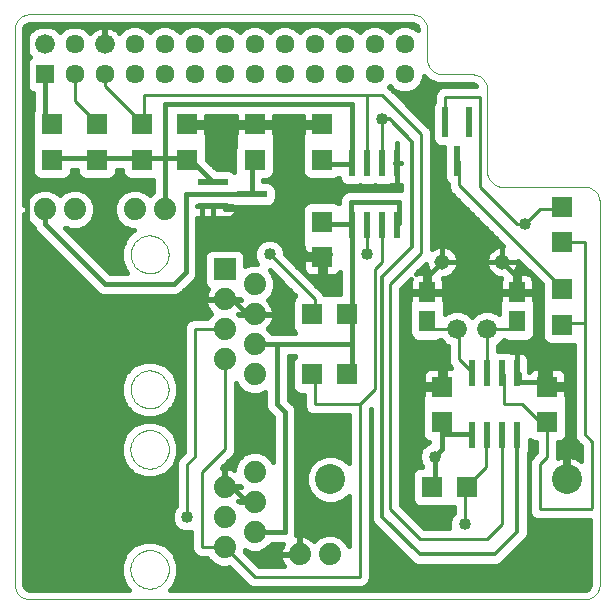
<source format=gbl>
G75*
G70*
%OFA0B0*%
%FSLAX24Y24*%
%IPPOS*%
%LPD*%
%AMOC8*
5,1,8,0,0,1.08239X$1,22.5*
%
%ADD10C,0.0000*%
%ADD11R,0.0634X0.0634*%
%ADD12C,0.0660*%
%ADD13C,0.0634*%
%ADD14R,0.0240X0.0870*%
%ADD15R,0.0709X0.0710*%
%ADD16R,0.0710X0.0709*%
%ADD17C,0.1000*%
%ADD18R,0.0220X0.1020*%
%ADD19R,0.0551X0.0709*%
%ADD20C,0.0740*%
%ADD21R,0.0740X0.0740*%
%ADD22R,0.1020X0.0220*%
%ADD23C,0.0516*%
%ADD24C,0.0150*%
%ADD25C,0.0400*%
%ADD26C,0.0160*%
%ADD27C,0.0100*%
%ADD28C,0.0120*%
D10*
X002680Y002680D02*
X021180Y002680D01*
X021224Y002682D01*
X021267Y002688D01*
X021309Y002697D01*
X021351Y002710D01*
X021391Y002727D01*
X021430Y002747D01*
X021467Y002770D01*
X021501Y002797D01*
X021534Y002826D01*
X021563Y002859D01*
X021590Y002893D01*
X021613Y002930D01*
X021633Y002969D01*
X021650Y003009D01*
X021663Y003051D01*
X021672Y003093D01*
X021678Y003136D01*
X021680Y003180D01*
X021680Y015930D01*
X021678Y015974D01*
X021672Y016017D01*
X021663Y016059D01*
X021650Y016101D01*
X021633Y016141D01*
X021613Y016180D01*
X021590Y016217D01*
X021563Y016251D01*
X021534Y016284D01*
X021501Y016313D01*
X021467Y016340D01*
X021430Y016363D01*
X021391Y016383D01*
X021351Y016400D01*
X021309Y016413D01*
X021267Y016422D01*
X021224Y016428D01*
X021180Y016430D01*
X018430Y016430D01*
X018386Y016432D01*
X018343Y016438D01*
X018301Y016447D01*
X018259Y016460D01*
X018219Y016477D01*
X018180Y016497D01*
X018143Y016520D01*
X018109Y016547D01*
X018076Y016576D01*
X018047Y016609D01*
X018020Y016643D01*
X017997Y016680D01*
X017977Y016719D01*
X017960Y016759D01*
X017947Y016801D01*
X017938Y016843D01*
X017932Y016886D01*
X017930Y016930D01*
X017930Y019680D01*
X017928Y019724D01*
X017922Y019767D01*
X017913Y019809D01*
X017900Y019851D01*
X017883Y019891D01*
X017863Y019930D01*
X017840Y019967D01*
X017813Y020001D01*
X017784Y020034D01*
X017751Y020063D01*
X017717Y020090D01*
X017680Y020113D01*
X017641Y020133D01*
X017601Y020150D01*
X017559Y020163D01*
X017517Y020172D01*
X017474Y020178D01*
X017430Y020180D01*
X016430Y020180D01*
X016386Y020182D01*
X016343Y020188D01*
X016301Y020197D01*
X016259Y020210D01*
X016219Y020227D01*
X016180Y020247D01*
X016143Y020270D01*
X016109Y020297D01*
X016076Y020326D01*
X016047Y020359D01*
X016020Y020393D01*
X015997Y020430D01*
X015977Y020469D01*
X015960Y020509D01*
X015947Y020551D01*
X015938Y020593D01*
X015932Y020636D01*
X015930Y020680D01*
X015930Y021680D01*
X015928Y021724D01*
X015922Y021767D01*
X015913Y021809D01*
X015900Y021851D01*
X015883Y021891D01*
X015863Y021930D01*
X015840Y021967D01*
X015813Y022001D01*
X015784Y022034D01*
X015751Y022063D01*
X015717Y022090D01*
X015680Y022113D01*
X015641Y022133D01*
X015601Y022150D01*
X015559Y022163D01*
X015517Y022172D01*
X015474Y022178D01*
X015430Y022180D01*
X002680Y022180D01*
X002636Y022178D01*
X002593Y022172D01*
X002551Y022163D01*
X002509Y022150D01*
X002469Y022133D01*
X002430Y022113D01*
X002393Y022090D01*
X002359Y022063D01*
X002326Y022034D01*
X002297Y022001D01*
X002270Y021967D01*
X002247Y021930D01*
X002227Y021891D01*
X002210Y021851D01*
X002197Y021809D01*
X002188Y021767D01*
X002182Y021724D01*
X002180Y021680D01*
X002180Y003180D01*
X002182Y003136D01*
X002188Y003093D01*
X002197Y003051D01*
X002210Y003009D01*
X002227Y002969D01*
X002247Y002930D01*
X002270Y002893D01*
X002297Y002859D01*
X002326Y002826D01*
X002359Y002797D01*
X002393Y002770D01*
X002430Y002747D01*
X002469Y002727D01*
X002509Y002710D01*
X002551Y002697D01*
X002593Y002688D01*
X002636Y002682D01*
X002680Y002680D01*
X006040Y003680D02*
X006042Y003730D01*
X006048Y003780D01*
X006058Y003829D01*
X006071Y003878D01*
X006089Y003925D01*
X006110Y003971D01*
X006134Y004014D01*
X006162Y004056D01*
X006193Y004096D01*
X006227Y004133D01*
X006264Y004167D01*
X006304Y004198D01*
X006346Y004226D01*
X006389Y004250D01*
X006435Y004271D01*
X006482Y004289D01*
X006531Y004302D01*
X006580Y004312D01*
X006630Y004318D01*
X006680Y004320D01*
X006730Y004318D01*
X006780Y004312D01*
X006829Y004302D01*
X006878Y004289D01*
X006925Y004271D01*
X006971Y004250D01*
X007014Y004226D01*
X007056Y004198D01*
X007096Y004167D01*
X007133Y004133D01*
X007167Y004096D01*
X007198Y004056D01*
X007226Y004014D01*
X007250Y003971D01*
X007271Y003925D01*
X007289Y003878D01*
X007302Y003829D01*
X007312Y003780D01*
X007318Y003730D01*
X007320Y003680D01*
X007318Y003630D01*
X007312Y003580D01*
X007302Y003531D01*
X007289Y003482D01*
X007271Y003435D01*
X007250Y003389D01*
X007226Y003346D01*
X007198Y003304D01*
X007167Y003264D01*
X007133Y003227D01*
X007096Y003193D01*
X007056Y003162D01*
X007014Y003134D01*
X006971Y003110D01*
X006925Y003089D01*
X006878Y003071D01*
X006829Y003058D01*
X006780Y003048D01*
X006730Y003042D01*
X006680Y003040D01*
X006630Y003042D01*
X006580Y003048D01*
X006531Y003058D01*
X006482Y003071D01*
X006435Y003089D01*
X006389Y003110D01*
X006346Y003134D01*
X006304Y003162D01*
X006264Y003193D01*
X006227Y003227D01*
X006193Y003264D01*
X006162Y003304D01*
X006134Y003346D01*
X006110Y003389D01*
X006089Y003435D01*
X006071Y003482D01*
X006058Y003531D01*
X006048Y003580D01*
X006042Y003630D01*
X006040Y003680D01*
X006040Y007680D02*
X006042Y007730D01*
X006048Y007780D01*
X006058Y007829D01*
X006071Y007878D01*
X006089Y007925D01*
X006110Y007971D01*
X006134Y008014D01*
X006162Y008056D01*
X006193Y008096D01*
X006227Y008133D01*
X006264Y008167D01*
X006304Y008198D01*
X006346Y008226D01*
X006389Y008250D01*
X006435Y008271D01*
X006482Y008289D01*
X006531Y008302D01*
X006580Y008312D01*
X006630Y008318D01*
X006680Y008320D01*
X006730Y008318D01*
X006780Y008312D01*
X006829Y008302D01*
X006878Y008289D01*
X006925Y008271D01*
X006971Y008250D01*
X007014Y008226D01*
X007056Y008198D01*
X007096Y008167D01*
X007133Y008133D01*
X007167Y008096D01*
X007198Y008056D01*
X007226Y008014D01*
X007250Y007971D01*
X007271Y007925D01*
X007289Y007878D01*
X007302Y007829D01*
X007312Y007780D01*
X007318Y007730D01*
X007320Y007680D01*
X007318Y007630D01*
X007312Y007580D01*
X007302Y007531D01*
X007289Y007482D01*
X007271Y007435D01*
X007250Y007389D01*
X007226Y007346D01*
X007198Y007304D01*
X007167Y007264D01*
X007133Y007227D01*
X007096Y007193D01*
X007056Y007162D01*
X007014Y007134D01*
X006971Y007110D01*
X006925Y007089D01*
X006878Y007071D01*
X006829Y007058D01*
X006780Y007048D01*
X006730Y007042D01*
X006680Y007040D01*
X006630Y007042D01*
X006580Y007048D01*
X006531Y007058D01*
X006482Y007071D01*
X006435Y007089D01*
X006389Y007110D01*
X006346Y007134D01*
X006304Y007162D01*
X006264Y007193D01*
X006227Y007227D01*
X006193Y007264D01*
X006162Y007304D01*
X006134Y007346D01*
X006110Y007389D01*
X006089Y007435D01*
X006071Y007482D01*
X006058Y007531D01*
X006048Y007580D01*
X006042Y007630D01*
X006040Y007680D01*
X006050Y009680D02*
X006052Y009730D01*
X006058Y009780D01*
X006068Y009829D01*
X006082Y009877D01*
X006099Y009924D01*
X006120Y009969D01*
X006145Y010013D01*
X006173Y010054D01*
X006205Y010093D01*
X006239Y010130D01*
X006276Y010164D01*
X006316Y010194D01*
X006358Y010221D01*
X006402Y010245D01*
X006448Y010266D01*
X006495Y010282D01*
X006543Y010295D01*
X006593Y010304D01*
X006642Y010309D01*
X006693Y010310D01*
X006743Y010307D01*
X006792Y010300D01*
X006841Y010289D01*
X006889Y010274D01*
X006935Y010256D01*
X006980Y010234D01*
X007023Y010208D01*
X007064Y010179D01*
X007103Y010147D01*
X007139Y010112D01*
X007171Y010074D01*
X007201Y010034D01*
X007228Y009991D01*
X007251Y009947D01*
X007270Y009901D01*
X007286Y009853D01*
X007298Y009804D01*
X007306Y009755D01*
X007310Y009705D01*
X007310Y009655D01*
X007306Y009605D01*
X007298Y009556D01*
X007286Y009507D01*
X007270Y009459D01*
X007251Y009413D01*
X007228Y009369D01*
X007201Y009326D01*
X007171Y009286D01*
X007139Y009248D01*
X007103Y009213D01*
X007064Y009181D01*
X007023Y009152D01*
X006980Y009126D01*
X006935Y009104D01*
X006889Y009086D01*
X006841Y009071D01*
X006792Y009060D01*
X006743Y009053D01*
X006693Y009050D01*
X006642Y009051D01*
X006593Y009056D01*
X006543Y009065D01*
X006495Y009078D01*
X006448Y009094D01*
X006402Y009115D01*
X006358Y009139D01*
X006316Y009166D01*
X006276Y009196D01*
X006239Y009230D01*
X006205Y009267D01*
X006173Y009306D01*
X006145Y009347D01*
X006120Y009391D01*
X006099Y009436D01*
X006082Y009483D01*
X006068Y009531D01*
X006058Y009580D01*
X006052Y009630D01*
X006050Y009680D01*
X006050Y014180D02*
X006052Y014230D01*
X006058Y014280D01*
X006068Y014329D01*
X006082Y014377D01*
X006099Y014424D01*
X006120Y014469D01*
X006145Y014513D01*
X006173Y014554D01*
X006205Y014593D01*
X006239Y014630D01*
X006276Y014664D01*
X006316Y014694D01*
X006358Y014721D01*
X006402Y014745D01*
X006448Y014766D01*
X006495Y014782D01*
X006543Y014795D01*
X006593Y014804D01*
X006642Y014809D01*
X006693Y014810D01*
X006743Y014807D01*
X006792Y014800D01*
X006841Y014789D01*
X006889Y014774D01*
X006935Y014756D01*
X006980Y014734D01*
X007023Y014708D01*
X007064Y014679D01*
X007103Y014647D01*
X007139Y014612D01*
X007171Y014574D01*
X007201Y014534D01*
X007228Y014491D01*
X007251Y014447D01*
X007270Y014401D01*
X007286Y014353D01*
X007298Y014304D01*
X007306Y014255D01*
X007310Y014205D01*
X007310Y014155D01*
X007306Y014105D01*
X007298Y014056D01*
X007286Y014007D01*
X007270Y013959D01*
X007251Y013913D01*
X007228Y013869D01*
X007201Y013826D01*
X007171Y013786D01*
X007139Y013748D01*
X007103Y013713D01*
X007064Y013681D01*
X007023Y013652D01*
X006980Y013626D01*
X006935Y013604D01*
X006889Y013586D01*
X006841Y013571D01*
X006792Y013560D01*
X006743Y013553D01*
X006693Y013550D01*
X006642Y013551D01*
X006593Y013556D01*
X006543Y013565D01*
X006495Y013578D01*
X006448Y013594D01*
X006402Y013615D01*
X006358Y013639D01*
X006316Y013666D01*
X006276Y013696D01*
X006239Y013730D01*
X006205Y013767D01*
X006173Y013806D01*
X006145Y013847D01*
X006120Y013891D01*
X006099Y013936D01*
X006082Y013983D01*
X006068Y014031D01*
X006058Y014080D01*
X006052Y014130D01*
X006050Y014180D01*
D11*
X003180Y020180D03*
D12*
X003180Y021180D03*
X005180Y021180D03*
X016930Y011680D03*
X017930Y011680D03*
D13*
X015180Y020180D03*
X015180Y021180D03*
X014180Y021180D03*
X014180Y020180D03*
X013180Y020180D03*
X013180Y021180D03*
X012180Y021180D03*
X012180Y020180D03*
X011180Y020180D03*
X011180Y021180D03*
X010180Y021180D03*
X010180Y020180D03*
X009180Y020180D03*
X009180Y021180D03*
X008180Y021180D03*
X008180Y020180D03*
X007180Y020180D03*
X007180Y021180D03*
X006180Y021180D03*
X006180Y020180D03*
X005180Y020180D03*
X004180Y020180D03*
X004180Y021180D03*
D14*
X013430Y017210D03*
X013930Y017210D03*
X014430Y017210D03*
X014930Y017210D03*
X014930Y015150D03*
X014430Y015150D03*
X013930Y015150D03*
X013430Y015150D03*
X017430Y010210D03*
X017930Y010210D03*
X018430Y010210D03*
X018930Y010210D03*
X018930Y008150D03*
X018430Y008150D03*
X017930Y008150D03*
X017430Y008150D03*
D15*
X017270Y006430D03*
X016090Y006430D03*
X013270Y010180D03*
X012090Y010180D03*
X012090Y012180D03*
X013270Y012180D03*
D16*
X012430Y014090D03*
X012430Y015270D03*
X012430Y017340D03*
X012430Y018520D03*
X010180Y018520D03*
X010180Y017340D03*
X007930Y017340D03*
X007930Y018520D03*
X006430Y018520D03*
X006430Y017340D03*
X004930Y017340D03*
X004930Y018520D03*
X003430Y018520D03*
X003430Y017340D03*
X016430Y009770D03*
X016430Y008590D03*
X019930Y008590D03*
X019930Y009770D03*
X020430Y011840D03*
X020430Y013020D03*
X020430Y014590D03*
X020430Y015770D03*
D17*
X020580Y006680D03*
X012706Y006680D03*
D18*
X016930Y017280D03*
X016530Y018580D03*
X017330Y018580D03*
D19*
X015930Y012912D03*
X015930Y011948D03*
X018930Y011948D03*
X018930Y012912D03*
D20*
X010180Y013180D03*
X010180Y012180D03*
X009180Y011680D03*
X009180Y010680D03*
X010180Y010180D03*
X010180Y011180D03*
X009180Y012680D03*
X007180Y015680D03*
X006180Y015680D03*
X004180Y015680D03*
X003180Y015680D03*
X010180Y006930D03*
X010180Y005930D03*
X010180Y004930D03*
X009180Y004430D03*
X009180Y005430D03*
X009180Y006430D03*
X011680Y004180D03*
X012680Y004180D03*
D21*
X009180Y013680D03*
D22*
X008780Y015780D03*
X008780Y016580D03*
X010080Y016180D03*
D23*
X016430Y013930D03*
X018430Y013930D03*
D24*
X018930Y013430D01*
X018930Y012930D01*
X018880Y012980D01*
X018930Y012912D01*
X018980Y012880D01*
X019680Y012880D01*
X019680Y009930D01*
X019880Y009780D01*
X019930Y009770D01*
X019980Y009680D01*
X020680Y009680D01*
X020680Y007680D01*
X020580Y007580D01*
X020580Y006680D01*
X019680Y009930D02*
X018980Y009930D01*
X018980Y010180D01*
X018930Y010210D01*
X017430Y008150D02*
X017380Y008180D01*
X016430Y008180D01*
X016430Y007680D01*
X016180Y007430D01*
X016180Y006480D01*
X016090Y006430D01*
X016430Y008180D02*
X016430Y008430D01*
X016380Y008580D01*
X016430Y008590D01*
X016380Y008680D01*
X016430Y009770D02*
X016380Y009780D01*
X015180Y009780D01*
X015180Y012930D01*
X015930Y012930D01*
X015948Y012912D01*
X015930Y012912D01*
X015930Y012930D01*
X015980Y012980D01*
X015930Y012912D01*
X015930Y012930D02*
X015930Y013430D01*
X016430Y013930D01*
X014930Y015150D02*
X014980Y015230D01*
X014980Y015930D01*
X013380Y015930D01*
X013380Y015230D01*
X013430Y015150D01*
X013430Y015180D02*
X013430Y012180D01*
X013270Y012180D01*
X013430Y012180D02*
X013430Y011180D01*
X010180Y011180D01*
X010930Y011180D01*
X010930Y009180D01*
X011180Y008930D01*
X011180Y004930D01*
X010180Y004930D01*
X010180Y005930D02*
X009930Y005930D01*
X009430Y006430D01*
X009180Y006430D01*
X013270Y010180D02*
X013430Y010180D01*
X013430Y011180D01*
X012430Y014090D02*
X012680Y014180D01*
X011930Y014180D01*
X011430Y014680D01*
X011430Y015680D01*
X009180Y015680D01*
X009180Y015780D01*
X008780Y015780D01*
X008430Y015780D01*
X008430Y012680D01*
X003980Y012680D01*
X002580Y014080D01*
X002580Y021780D01*
X005180Y021780D01*
X005180Y021180D01*
X003180Y020180D02*
X003180Y018780D01*
X003380Y018580D01*
X003430Y018520D01*
X003480Y017380D02*
X003430Y017340D01*
X003480Y017380D02*
X004880Y017380D01*
X004930Y017340D01*
X004980Y017380D01*
X006380Y017380D01*
X006430Y017340D01*
X006480Y017380D01*
X007180Y017380D01*
X007180Y015680D01*
X007880Y016180D02*
X007880Y013580D01*
X007480Y013180D01*
X005180Y013180D01*
X003180Y015180D01*
X003180Y015680D01*
X007180Y017380D02*
X007180Y019180D01*
X013430Y019180D01*
X013430Y017180D01*
X013380Y017180D01*
X012430Y017180D01*
X012430Y017340D01*
X012680Y017230D01*
X012730Y017180D01*
X012430Y017340D01*
X013380Y017180D02*
X013430Y017210D01*
X014930Y017210D02*
X014930Y016430D01*
X011430Y016430D01*
X011430Y018530D01*
X010180Y018530D01*
X010180Y018520D01*
X010180Y018530D02*
X007980Y018530D01*
X007930Y018520D01*
X007880Y017380D02*
X007180Y017380D01*
X007880Y017380D02*
X007930Y017340D01*
X007980Y017380D01*
X008780Y016580D01*
X007880Y016180D02*
X010080Y016180D01*
X010080Y017180D01*
X010180Y017280D01*
X010180Y017340D01*
X011430Y016430D02*
X011430Y015680D01*
X012430Y015270D02*
X012530Y015230D01*
X012530Y015180D01*
X012680Y015180D01*
X013430Y015180D01*
X013380Y015230D01*
X012680Y015180D02*
X012680Y015180D01*
X014930Y017210D02*
X014980Y017230D01*
X012430Y018520D02*
X012430Y018530D01*
X011430Y018530D01*
X009430Y012680D02*
X009180Y012680D01*
X008430Y012680D01*
X009430Y012680D02*
X009930Y012180D01*
X010180Y012180D01*
D25*
X010680Y014180D03*
X011430Y014930D03*
X013930Y014180D03*
X014430Y018680D03*
X015930Y019430D03*
X019180Y015180D03*
X016180Y007430D03*
X017180Y005180D03*
X015180Y003680D03*
X020680Y003680D03*
X007930Y005430D03*
X003180Y003680D03*
X003180Y007680D03*
X003180Y009680D03*
X003180Y014180D03*
X005180Y015680D03*
X008880Y018530D03*
D26*
X008565Y018600D02*
X008565Y018785D01*
X009545Y018785D01*
X009545Y018600D01*
X010100Y018600D01*
X010100Y018440D01*
X009545Y018440D01*
X009545Y018238D01*
X009510Y018154D01*
X009510Y017770D01*
X009505Y017758D01*
X009505Y016927D01*
X009471Y016961D01*
X009354Y017010D01*
X008909Y017010D01*
X008605Y017314D01*
X008605Y017758D01*
X008600Y017770D01*
X008600Y018154D01*
X008565Y018238D01*
X008565Y018440D01*
X008010Y018440D01*
X008010Y018600D01*
X008565Y018600D01*
X008565Y018689D02*
X009545Y018689D01*
X009545Y018372D02*
X008565Y018372D01*
X008575Y018213D02*
X009535Y018213D01*
X009510Y018055D02*
X008600Y018055D01*
X008600Y017896D02*
X009510Y017896D01*
X009505Y017738D02*
X008605Y017738D01*
X008605Y017579D02*
X009505Y017579D01*
X009505Y017421D02*
X008605Y017421D01*
X008657Y017262D02*
X009505Y017262D01*
X009505Y017104D02*
X008815Y017104D01*
X009488Y016945D02*
X009505Y016945D01*
X010475Y016666D02*
X010599Y016666D01*
X010716Y016714D01*
X010806Y016804D01*
X010855Y016922D01*
X010855Y017758D01*
X010850Y017770D01*
X010850Y018154D01*
X010815Y018238D01*
X010815Y018440D01*
X010260Y018440D01*
X010260Y018600D01*
X010815Y018600D01*
X010815Y018785D01*
X011795Y018785D01*
X011795Y018600D01*
X012350Y018600D01*
X012350Y018440D01*
X011795Y018440D01*
X011795Y018238D01*
X011760Y018154D01*
X011760Y017770D01*
X011755Y017758D01*
X011755Y016922D01*
X011804Y016804D01*
X011894Y016714D01*
X012011Y016666D01*
X012849Y016666D01*
X012966Y016714D01*
X012990Y016738D01*
X012990Y016711D01*
X013039Y016594D01*
X013129Y016504D01*
X013246Y016455D01*
X013614Y016455D01*
X013680Y016482D01*
X013746Y016455D01*
X014114Y016455D01*
X014180Y016482D01*
X014246Y016455D01*
X014614Y016455D01*
X014731Y016504D01*
X014732Y016505D01*
X014782Y016495D01*
X014930Y016495D01*
X015050Y016495D01*
X015050Y016325D01*
X013301Y016325D01*
X013156Y016265D01*
X013045Y016154D01*
X012985Y016009D01*
X012985Y015877D01*
X012966Y015896D01*
X012849Y015944D01*
X012011Y015944D01*
X011894Y015896D01*
X011804Y015806D01*
X011755Y015688D01*
X011755Y014852D01*
X011760Y014840D01*
X011760Y014456D01*
X011795Y014372D01*
X011795Y014170D01*
X012350Y014170D01*
X012350Y014010D01*
X011795Y014010D01*
X011795Y013708D01*
X011806Y013654D01*
X011827Y013603D01*
X011858Y013557D01*
X011897Y013518D01*
X011942Y013487D01*
X011993Y013466D01*
X012048Y013456D01*
X012350Y013456D01*
X012350Y014010D01*
X012510Y014010D01*
X012510Y013456D01*
X012812Y013456D01*
X012867Y013466D01*
X012918Y013487D01*
X012963Y013518D01*
X013002Y013557D01*
X013033Y013603D01*
X013035Y013608D01*
X013035Y012855D01*
X012852Y012855D01*
X012840Y012850D01*
X012520Y012850D01*
X012508Y012855D01*
X012494Y012890D01*
X012390Y012994D01*
X011200Y014183D01*
X011200Y014283D01*
X011121Y014475D01*
X010975Y014621D01*
X010783Y014700D01*
X010577Y014700D01*
X010385Y014621D01*
X010239Y014475D01*
X010160Y014283D01*
X010160Y014077D01*
X010239Y013885D01*
X010255Y013870D01*
X010043Y013870D01*
X009870Y013798D01*
X009870Y014114D01*
X009821Y014231D01*
X009731Y014321D01*
X009614Y014370D01*
X008746Y014370D01*
X008629Y014321D01*
X008539Y014231D01*
X008490Y014114D01*
X008490Y013246D01*
X008539Y013129D01*
X008629Y013039D01*
X008635Y013036D01*
X008596Y012968D01*
X008563Y012889D01*
X008541Y012807D01*
X008530Y012723D01*
X008530Y012698D01*
X009162Y012698D01*
X009162Y012662D01*
X008530Y012662D01*
X008530Y012637D01*
X008541Y012553D01*
X008563Y012471D01*
X008596Y012392D01*
X008638Y012318D01*
X008690Y012251D01*
X008732Y012208D01*
X008595Y012071D01*
X008586Y012050D01*
X008106Y012050D01*
X007970Y011994D01*
X007866Y011890D01*
X007810Y011754D01*
X007810Y007583D01*
X007720Y007494D01*
X007616Y007390D01*
X007560Y007254D01*
X007560Y005795D01*
X007489Y005725D01*
X007410Y005533D01*
X002500Y005533D01*
X002500Y005375D02*
X007410Y005375D01*
X007410Y005327D02*
X007410Y005533D01*
X007475Y005692D02*
X002500Y005692D01*
X002500Y005850D02*
X007560Y005850D01*
X007560Y006009D02*
X002500Y006009D01*
X002500Y006167D02*
X007560Y006167D01*
X007560Y006326D02*
X002500Y006326D01*
X002500Y006484D02*
X007560Y006484D01*
X007560Y006643D02*
X002500Y006643D01*
X002500Y006801D02*
X006293Y006801D01*
X006136Y006866D02*
X006489Y006720D01*
X006871Y006720D01*
X007224Y006866D01*
X007494Y007136D01*
X007640Y007489D01*
X007640Y007871D01*
X007494Y008224D01*
X007224Y008494D01*
X006871Y008640D01*
X006489Y008640D01*
X006136Y008494D01*
X005866Y008224D01*
X005720Y007871D01*
X005720Y007489D01*
X005866Y007136D01*
X006136Y006866D01*
X006043Y006960D02*
X002500Y006960D01*
X002500Y007118D02*
X005884Y007118D01*
X005808Y007277D02*
X002500Y007277D01*
X002500Y007435D02*
X005742Y007435D01*
X005720Y007594D02*
X002500Y007594D01*
X002500Y007752D02*
X005720Y007752D01*
X005736Y007911D02*
X002500Y007911D01*
X002500Y008069D02*
X005802Y008069D01*
X005870Y008228D02*
X002500Y008228D01*
X002500Y008386D02*
X006028Y008386D01*
X006259Y008545D02*
X002500Y008545D01*
X002500Y008703D02*
X007810Y008703D01*
X007810Y008545D02*
X007101Y008545D01*
X007332Y008386D02*
X007810Y008386D01*
X007810Y008228D02*
X007490Y008228D01*
X007558Y008069D02*
X007810Y008069D01*
X007810Y007911D02*
X007624Y007911D01*
X007640Y007752D02*
X007810Y007752D01*
X007810Y007594D02*
X007640Y007594D01*
X007618Y007435D02*
X007662Y007435D01*
X007569Y007277D02*
X007552Y007277D01*
X007560Y007118D02*
X007476Y007118D01*
X007560Y006960D02*
X007317Y006960D01*
X007560Y006801D02*
X007067Y006801D01*
X007410Y005327D02*
X007489Y005135D01*
X007635Y004989D01*
X007827Y004910D01*
X008033Y004910D01*
X008060Y004921D01*
X008060Y004356D01*
X008116Y004220D01*
X008220Y004116D01*
X008356Y004060D01*
X008586Y004060D01*
X008595Y004039D01*
X008789Y003845D01*
X009043Y003740D01*
X009317Y003740D01*
X009338Y003749D01*
X009970Y003116D01*
X010106Y003060D01*
X013754Y003060D01*
X013890Y003116D01*
X013994Y003220D01*
X014050Y003356D01*
X014050Y009027D01*
X014050Y009027D01*
X014050Y005354D01*
X014108Y005215D01*
X015465Y003858D01*
X015604Y003800D01*
X018256Y003800D01*
X018395Y003858D01*
X018502Y003965D01*
X019252Y004715D01*
X019310Y004854D01*
X019310Y007522D01*
X019321Y007534D01*
X019370Y007651D01*
X019370Y007988D01*
X019394Y007964D01*
X019511Y007916D01*
X019560Y007916D01*
X019560Y007583D01*
X019470Y007494D01*
X019366Y007390D01*
X019310Y007254D01*
X019310Y005606D01*
X019366Y005470D01*
X019470Y005366D01*
X019606Y005310D01*
X021360Y005310D01*
X021360Y003180D01*
X021357Y003145D01*
X021330Y003080D01*
X021280Y003030D01*
X021215Y003003D01*
X021180Y003000D01*
X007358Y003000D01*
X007494Y003136D01*
X007640Y003489D01*
X007640Y003871D01*
X007494Y004224D01*
X007224Y004494D01*
X006871Y004640D01*
X006489Y004640D01*
X006136Y004494D01*
X005866Y004224D01*
X005720Y003871D01*
X005720Y003489D01*
X005866Y003136D01*
X006002Y003000D01*
X002680Y003000D01*
X002645Y003003D01*
X002580Y003030D01*
X002530Y003080D01*
X002503Y003145D01*
X002500Y003180D01*
X002500Y015519D01*
X002595Y015289D01*
X002787Y015098D01*
X002845Y014956D01*
X004956Y012845D01*
X005101Y012785D01*
X007559Y012785D01*
X007704Y012845D01*
X007815Y012956D01*
X008215Y013356D01*
X008275Y013501D01*
X008275Y015390D01*
X008780Y015390D01*
X009318Y015390D01*
X009372Y015401D01*
X009423Y015422D01*
X009468Y015453D01*
X009507Y015492D01*
X009538Y015537D01*
X009559Y015588D01*
X009570Y015642D01*
X009570Y015750D01*
X010654Y015750D01*
X010771Y015799D01*
X010861Y015889D01*
X010910Y016006D01*
X010910Y016354D01*
X010861Y016471D01*
X010771Y016561D01*
X010654Y016610D01*
X010475Y016610D01*
X010475Y016666D01*
X010475Y016628D02*
X013025Y016628D01*
X013211Y016470D02*
X010862Y016470D01*
X010910Y016311D02*
X013268Y016311D01*
X013045Y016153D02*
X010910Y016153D01*
X010905Y015994D02*
X012985Y015994D01*
X013649Y016470D02*
X013711Y016470D01*
X014149Y016470D02*
X014211Y016470D01*
X014649Y016470D02*
X015050Y016470D01*
X014930Y016495D02*
X014930Y017210D01*
X015050Y017210D01*
X015050Y017210D01*
X014930Y017210D01*
X014930Y017210D01*
X014930Y017893D01*
X014930Y017893D01*
X014930Y017210D01*
X014930Y017210D01*
X014930Y017210D01*
X014930Y017210D01*
X014870Y017210D01*
X014870Y017210D01*
X014930Y017210D01*
X014930Y016495D01*
X014930Y016628D02*
X014930Y016628D01*
X014930Y016787D02*
X014930Y016787D01*
X014930Y016945D02*
X014930Y016945D01*
X014930Y017104D02*
X014930Y017104D01*
X014930Y017262D02*
X014930Y017262D01*
X014930Y017421D02*
X014930Y017421D01*
X014930Y017579D02*
X014930Y017579D01*
X014930Y017738D02*
X014930Y017738D01*
X015745Y018689D02*
X016100Y018689D01*
X016100Y018847D02*
X015586Y018847D01*
X015428Y019006D02*
X016100Y019006D01*
X016100Y019154D02*
X016100Y018006D01*
X016149Y017889D01*
X016239Y017799D01*
X016356Y017750D01*
X016500Y017750D01*
X016500Y016706D01*
X016549Y016589D01*
X016610Y016527D01*
X016610Y016406D01*
X016666Y016270D01*
X016770Y016166D01*
X018469Y014468D01*
X018430Y014468D01*
X018430Y013930D01*
X018430Y013930D01*
X018968Y013930D01*
X018430Y013930D01*
X018430Y013930D01*
X018430Y013930D01*
X017892Y013930D01*
X017892Y013972D01*
X017905Y014056D01*
X017932Y014136D01*
X017970Y014212D01*
X018020Y014280D01*
X018080Y014340D01*
X018148Y014390D01*
X018224Y014428D01*
X018304Y014455D01*
X018388Y014468D01*
X018430Y014468D01*
X018430Y013930D01*
X017892Y013930D01*
X017892Y013888D01*
X017905Y013804D01*
X017932Y013724D01*
X017970Y013648D01*
X018020Y013580D01*
X018080Y013520D01*
X018148Y013470D01*
X018224Y013432D01*
X018304Y013405D01*
X018388Y013392D01*
X018403Y013392D01*
X018385Y013348D01*
X018374Y013294D01*
X018374Y012970D01*
X018872Y012970D01*
X018872Y012868D01*
X018591Y012868D01*
X018558Y012854D01*
X018374Y012854D01*
X018374Y012708D01*
X018334Y012612D01*
X018334Y012195D01*
X018298Y012231D01*
X018059Y012330D01*
X017801Y012330D01*
X017562Y012231D01*
X017430Y012099D01*
X017298Y012231D01*
X017059Y012330D01*
X016801Y012330D01*
X016562Y012231D01*
X016526Y012195D01*
X016526Y012612D01*
X016486Y012708D01*
X016486Y012854D01*
X016302Y012854D01*
X016269Y012868D01*
X015988Y012868D01*
X015988Y012970D01*
X016486Y012970D01*
X016486Y013294D01*
X016475Y013348D01*
X016457Y013392D01*
X016472Y013392D01*
X016556Y013405D01*
X016636Y013432D01*
X016712Y013470D01*
X016780Y013520D01*
X016840Y013580D01*
X016890Y013648D01*
X016928Y013724D01*
X016955Y013804D01*
X016968Y013888D01*
X016968Y013930D01*
X016430Y013930D01*
X016430Y013930D01*
X016430Y014468D01*
X016472Y014468D01*
X016556Y014455D01*
X016636Y014428D01*
X016712Y014390D01*
X016780Y014340D01*
X016840Y014280D01*
X016890Y014212D01*
X016928Y014136D01*
X016955Y014056D01*
X016968Y013972D01*
X016968Y013930D01*
X016430Y013930D01*
X016430Y013930D01*
X016430Y014468D01*
X016388Y014468D01*
X016304Y014455D01*
X016224Y014428D01*
X016148Y014390D01*
X016100Y014355D01*
X016100Y018254D01*
X016044Y018390D01*
X015940Y018494D01*
X014744Y019690D01*
X014667Y019766D01*
X014680Y019779D01*
X014819Y019640D01*
X015053Y019543D01*
X015307Y019543D01*
X015541Y019640D01*
X015720Y019819D01*
X015817Y020053D01*
X015817Y020133D01*
X015966Y019985D01*
X016267Y019860D01*
X017430Y019860D01*
X017465Y019857D01*
X017530Y019830D01*
X017560Y019800D01*
X016456Y019800D01*
X016320Y019744D01*
X016216Y019640D01*
X016160Y019504D01*
X016160Y019283D01*
X016149Y019271D01*
X016100Y019154D01*
X016104Y019164D02*
X015269Y019164D01*
X015111Y019323D02*
X016160Y019323D01*
X016160Y019481D02*
X014952Y019481D01*
X014821Y019640D02*
X014794Y019640D01*
X015539Y019640D02*
X016216Y019640D01*
X016452Y019798D02*
X015699Y019798D01*
X015777Y019957D02*
X016034Y019957D01*
X015966Y019985D02*
X015966Y019985D01*
X015835Y020115D02*
X015817Y020115D01*
X015610Y021651D02*
X015541Y021720D01*
X015307Y021817D01*
X015053Y021817D01*
X014819Y021720D01*
X014680Y021581D01*
X014541Y021720D01*
X014307Y021817D01*
X014053Y021817D01*
X013819Y021720D01*
X013680Y021581D01*
X013541Y021720D01*
X013307Y021817D01*
X013053Y021817D01*
X012819Y021720D01*
X012680Y021581D01*
X012541Y021720D01*
X012307Y021817D01*
X012053Y021817D01*
X011819Y021720D01*
X011680Y021581D01*
X011541Y021720D01*
X011307Y021817D01*
X011053Y021817D01*
X010819Y021720D01*
X010680Y021581D01*
X010541Y021720D01*
X010307Y021817D01*
X010053Y021817D01*
X009819Y021720D01*
X009680Y021581D01*
X009541Y021720D01*
X009307Y021817D01*
X009053Y021817D01*
X008819Y021720D01*
X008680Y021581D01*
X008541Y021720D01*
X008307Y021817D01*
X008053Y021817D01*
X007819Y021720D01*
X007680Y021581D01*
X007541Y021720D01*
X007307Y021817D01*
X007053Y021817D01*
X006819Y021720D01*
X006680Y021581D01*
X006541Y021720D01*
X006307Y021817D01*
X006053Y021817D01*
X005819Y021720D01*
X005659Y021559D01*
X005645Y021577D01*
X005577Y021645D01*
X005500Y021702D01*
X005414Y021745D01*
X005323Y021775D01*
X005228Y021790D01*
X005198Y021790D01*
X005198Y021198D01*
X005162Y021198D01*
X005162Y021790D01*
X005132Y021790D01*
X005037Y021775D01*
X004946Y021745D01*
X004860Y021702D01*
X004783Y021645D01*
X004715Y021577D01*
X004701Y021559D01*
X004541Y021720D01*
X004307Y021817D01*
X004053Y021817D01*
X003819Y021720D01*
X003689Y021590D01*
X003548Y021731D01*
X003309Y021830D01*
X003051Y021830D01*
X002812Y021731D01*
X002629Y021548D01*
X002530Y021309D01*
X002530Y021051D01*
X002629Y020812D01*
X002677Y020764D01*
X002592Y020678D01*
X002543Y020561D01*
X002543Y019799D01*
X002592Y019682D01*
X002682Y019592D01*
X002785Y019549D01*
X002785Y019010D01*
X002755Y018938D01*
X002755Y018102D01*
X002760Y018090D01*
X002760Y017770D01*
X002755Y017758D01*
X002755Y016922D01*
X002804Y016804D01*
X002894Y016714D01*
X003011Y016666D01*
X003849Y016666D01*
X003966Y016714D01*
X004056Y016804D01*
X004105Y016922D01*
X004105Y016985D01*
X004255Y016985D01*
X004255Y016922D01*
X004304Y016804D01*
X004394Y016714D01*
X004511Y016666D01*
X005349Y016666D01*
X005466Y016714D01*
X005556Y016804D01*
X005605Y016922D01*
X005605Y016985D01*
X005755Y016985D01*
X005755Y016922D01*
X005804Y016804D01*
X005894Y016714D01*
X006011Y016666D01*
X006785Y016666D01*
X006785Y016261D01*
X006680Y016156D01*
X006571Y016265D01*
X006317Y016370D01*
X006043Y016370D01*
X005789Y016265D01*
X005595Y016071D01*
X005490Y015817D01*
X005490Y015543D01*
X005595Y015289D01*
X005789Y015095D01*
X006043Y014990D01*
X006153Y014990D01*
X006142Y014985D01*
X005875Y014718D01*
X005730Y014369D01*
X005730Y013991D01*
X005875Y013642D01*
X005942Y013575D01*
X005344Y013575D01*
X003848Y015071D01*
X004043Y014990D01*
X004317Y014990D01*
X004571Y015095D01*
X004765Y015289D01*
X004870Y015543D01*
X004870Y015817D01*
X004765Y016071D01*
X004571Y016265D01*
X004317Y016370D01*
X004043Y016370D01*
X003789Y016265D01*
X003680Y016156D01*
X003571Y016265D01*
X003317Y016370D01*
X003043Y016370D01*
X002789Y016265D01*
X002595Y016071D01*
X002500Y015841D01*
X002500Y021680D01*
X002503Y021715D01*
X002530Y021780D01*
X002580Y021830D01*
X002645Y021857D01*
X002680Y021860D01*
X015430Y021860D01*
X015465Y021857D01*
X015530Y021830D01*
X015580Y021780D01*
X015607Y021715D01*
X015610Y021680D01*
X015610Y021651D01*
X015608Y021700D02*
X015561Y021700D01*
X015445Y021859D02*
X002665Y021859D01*
X002781Y021700D02*
X002502Y021700D01*
X002500Y021542D02*
X002626Y021542D01*
X002561Y021383D02*
X002500Y021383D01*
X002500Y021225D02*
X002530Y021225D01*
X002530Y021066D02*
X002500Y021066D01*
X002500Y020908D02*
X002589Y020908D01*
X002663Y020749D02*
X002500Y020749D01*
X002500Y020591D02*
X002556Y020591D01*
X002543Y020432D02*
X002500Y020432D01*
X002500Y020274D02*
X002543Y020274D01*
X002543Y020115D02*
X002500Y020115D01*
X002500Y019957D02*
X002543Y019957D01*
X002544Y019798D02*
X002500Y019798D01*
X002500Y019640D02*
X002634Y019640D01*
X002500Y019481D02*
X002785Y019481D01*
X002785Y019323D02*
X002500Y019323D01*
X002500Y019164D02*
X002785Y019164D01*
X002783Y019006D02*
X002500Y019006D01*
X002500Y018847D02*
X002755Y018847D01*
X002755Y018689D02*
X002500Y018689D01*
X002500Y018530D02*
X002755Y018530D01*
X002755Y018372D02*
X002500Y018372D01*
X002500Y018213D02*
X002755Y018213D01*
X002760Y018055D02*
X002500Y018055D01*
X002500Y017896D02*
X002760Y017896D01*
X002755Y017738D02*
X002500Y017738D01*
X002500Y017579D02*
X002755Y017579D01*
X002755Y017421D02*
X002500Y017421D01*
X002500Y017262D02*
X002755Y017262D01*
X002755Y017104D02*
X002500Y017104D01*
X002500Y016945D02*
X002755Y016945D01*
X002822Y016787D02*
X002500Y016787D01*
X002500Y016628D02*
X006785Y016628D01*
X006785Y016470D02*
X002500Y016470D01*
X002500Y016311D02*
X002900Y016311D01*
X002677Y016153D02*
X002500Y016153D01*
X002500Y015994D02*
X002563Y015994D01*
X002500Y015519D02*
X002500Y015519D01*
X002500Y015360D02*
X002566Y015360D01*
X002500Y015202D02*
X002683Y015202D01*
X002809Y015043D02*
X002500Y015043D01*
X002500Y014885D02*
X002917Y014885D01*
X003075Y014726D02*
X002500Y014726D01*
X002500Y014568D02*
X003234Y014568D01*
X003392Y014409D02*
X002500Y014409D01*
X002500Y014251D02*
X003551Y014251D01*
X003709Y014092D02*
X002500Y014092D01*
X002500Y013934D02*
X003868Y013934D01*
X004026Y013775D02*
X002500Y013775D01*
X002500Y013617D02*
X004185Y013617D01*
X004343Y013458D02*
X002500Y013458D01*
X002500Y013300D02*
X004502Y013300D01*
X004660Y013141D02*
X002500Y013141D01*
X002500Y012983D02*
X004819Y012983D01*
X005007Y012824D02*
X002500Y012824D01*
X002500Y012666D02*
X009162Y012666D01*
X009198Y012666D02*
X009719Y012666D01*
X009723Y012662D02*
X009198Y012662D01*
X009198Y012698D01*
X009686Y012698D01*
X009723Y012662D01*
X009637Y012198D02*
X010162Y012198D01*
X010162Y012162D01*
X009674Y012162D01*
X009637Y012198D01*
X009646Y012190D02*
X010162Y012190D01*
X010198Y012190D02*
X011416Y012190D01*
X011416Y012032D02*
X010813Y012032D01*
X010819Y012053D02*
X010830Y012137D01*
X010830Y012162D01*
X010198Y012162D01*
X010198Y012198D01*
X010830Y012198D01*
X010830Y012223D01*
X010819Y012307D01*
X010797Y012389D01*
X010764Y012468D01*
X010722Y012542D01*
X010670Y012609D01*
X010628Y012652D01*
X010765Y012789D01*
X010870Y013043D01*
X010870Y013317D01*
X010765Y013571D01*
X010676Y013660D01*
X010677Y013660D01*
X011542Y012794D01*
X011464Y012716D01*
X011416Y012599D01*
X011416Y011761D01*
X011464Y011644D01*
X011533Y011575D01*
X010761Y011575D01*
X010628Y011708D01*
X010670Y011751D01*
X010722Y011818D01*
X010764Y011892D01*
X010797Y011971D01*
X010819Y012053D01*
X010753Y011873D02*
X011416Y011873D01*
X011435Y011715D02*
X010634Y011715D01*
X010808Y012349D02*
X011416Y012349D01*
X011416Y012507D02*
X010742Y012507D01*
X010641Y012666D02*
X011443Y012666D01*
X011513Y012824D02*
X010779Y012824D01*
X010845Y012983D02*
X011354Y012983D01*
X011196Y013141D02*
X010870Y013141D01*
X010870Y013300D02*
X011037Y013300D01*
X010879Y013458D02*
X010812Y013458D01*
X010720Y013617D02*
X010719Y013617D01*
X011291Y014092D02*
X012350Y014092D01*
X012350Y013934D02*
X012510Y013934D01*
X012510Y013775D02*
X012350Y013775D01*
X012350Y013617D02*
X012510Y013617D01*
X012510Y013458D02*
X012350Y013458D01*
X012084Y013300D02*
X013035Y013300D01*
X013035Y013458D02*
X012825Y013458D01*
X013035Y013141D02*
X012242Y013141D01*
X012401Y012983D02*
X013035Y012983D01*
X012035Y013458D02*
X011925Y013458D01*
X011821Y013617D02*
X011767Y013617D01*
X011795Y013775D02*
X011608Y013775D01*
X011450Y013934D02*
X011795Y013934D01*
X011795Y014251D02*
X011200Y014251D01*
X011148Y014409D02*
X011780Y014409D01*
X011760Y014568D02*
X011028Y014568D01*
X010332Y014568D02*
X008275Y014568D01*
X008275Y014726D02*
X011760Y014726D01*
X011755Y014885D02*
X008275Y014885D01*
X008275Y015043D02*
X011755Y015043D01*
X011755Y015202D02*
X008275Y015202D01*
X008275Y015360D02*
X011755Y015360D01*
X011755Y015519D02*
X009526Y015519D01*
X009570Y015677D02*
X011755Y015677D01*
X011834Y015836D02*
X010808Y015836D01*
X010788Y016787D02*
X011822Y016787D01*
X011755Y016945D02*
X010855Y016945D01*
X010855Y017104D02*
X011755Y017104D01*
X011755Y017262D02*
X010855Y017262D01*
X010855Y017421D02*
X011755Y017421D01*
X011755Y017579D02*
X010855Y017579D01*
X010855Y017738D02*
X011755Y017738D01*
X011760Y017896D02*
X010850Y017896D01*
X010850Y018055D02*
X011760Y018055D01*
X011785Y018213D02*
X010825Y018213D01*
X010815Y018372D02*
X011795Y018372D01*
X011795Y018689D02*
X010815Y018689D01*
X010260Y018530D02*
X012350Y018530D01*
X010100Y018530D02*
X008010Y018530D01*
X005755Y016945D02*
X005605Y016945D01*
X005538Y016787D02*
X005822Y016787D01*
X005900Y016311D02*
X004460Y016311D01*
X004683Y016153D02*
X005677Y016153D01*
X005563Y015994D02*
X004797Y015994D01*
X004862Y015836D02*
X005498Y015836D01*
X005490Y015677D02*
X004870Y015677D01*
X004860Y015519D02*
X005500Y015519D01*
X005566Y015360D02*
X004794Y015360D01*
X004677Y015202D02*
X005683Y015202D01*
X005915Y015043D02*
X004445Y015043D01*
X004193Y014726D02*
X005883Y014726D01*
X005812Y014568D02*
X004351Y014568D01*
X004510Y014409D02*
X005747Y014409D01*
X005730Y014251D02*
X004668Y014251D01*
X004827Y014092D02*
X005730Y014092D01*
X005754Y013934D02*
X004985Y013934D01*
X005144Y013775D02*
X005820Y013775D01*
X005900Y013617D02*
X005302Y013617D01*
X006041Y014885D02*
X004034Y014885D01*
X003915Y015043D02*
X003876Y015043D01*
X003900Y016311D02*
X003460Y016311D01*
X004038Y016787D02*
X004322Y016787D01*
X004255Y016945D02*
X004105Y016945D01*
X006460Y016311D02*
X006785Y016311D01*
X008275Y015780D02*
X008780Y015780D01*
X009434Y015780D01*
X008780Y015780D01*
X008780Y015780D01*
X008780Y015780D01*
X008780Y015390D01*
X008780Y015780D01*
X008780Y015780D01*
X008275Y015780D01*
X008275Y015780D01*
X008780Y015677D02*
X008780Y015677D01*
X008780Y015519D02*
X008780Y015519D01*
X009434Y015780D02*
X009434Y015780D01*
X010212Y014409D02*
X008275Y014409D01*
X008275Y014251D02*
X008558Y014251D01*
X008490Y014092D02*
X008275Y014092D01*
X008275Y013934D02*
X008490Y013934D01*
X008490Y013775D02*
X008275Y013775D01*
X008275Y013617D02*
X008490Y013617D01*
X008490Y013458D02*
X008257Y013458D01*
X008158Y013300D02*
X008490Y013300D01*
X008534Y013141D02*
X008000Y013141D01*
X007841Y012983D02*
X008604Y012983D01*
X008546Y012824D02*
X007653Y012824D01*
X008062Y012032D02*
X002500Y012032D01*
X002500Y012190D02*
X008714Y012190D01*
X008621Y012349D02*
X002500Y012349D01*
X002500Y012507D02*
X008553Y012507D01*
X007859Y011873D02*
X002500Y011873D01*
X002500Y011715D02*
X007810Y011715D01*
X007810Y011556D02*
X002500Y011556D01*
X002500Y011398D02*
X007810Y011398D01*
X007810Y011239D02*
X002500Y011239D01*
X002500Y011081D02*
X007810Y011081D01*
X007810Y010922D02*
X002500Y010922D01*
X002500Y010764D02*
X007810Y010764D01*
X007810Y010605D02*
X006929Y010605D01*
X006869Y010630D02*
X006491Y010630D01*
X006142Y010485D01*
X005875Y010218D01*
X005730Y009869D01*
X005730Y009491D01*
X005875Y009142D01*
X006142Y008875D01*
X006491Y008730D01*
X006869Y008730D01*
X007218Y008875D01*
X007485Y009142D01*
X007630Y009491D01*
X007630Y009869D01*
X007485Y010218D01*
X007218Y010485D01*
X006869Y010630D01*
X007257Y010447D02*
X007810Y010447D01*
X007810Y010288D02*
X007415Y010288D01*
X007522Y010130D02*
X007810Y010130D01*
X007810Y009971D02*
X007588Y009971D01*
X007630Y009813D02*
X007810Y009813D01*
X007810Y009654D02*
X007630Y009654D01*
X007630Y009496D02*
X007810Y009496D01*
X007810Y009337D02*
X007566Y009337D01*
X007500Y009179D02*
X007810Y009179D01*
X007810Y009020D02*
X007363Y009020D01*
X007186Y008862D02*
X007810Y008862D01*
X009550Y007606D02*
X009494Y007470D01*
X009390Y007366D01*
X009098Y007075D01*
X009137Y007080D01*
X009160Y007080D01*
X009160Y006450D01*
X009200Y006450D01*
X009684Y006450D01*
X009724Y006410D01*
X009200Y006410D01*
X009200Y006450D01*
X009200Y007080D01*
X009223Y007080D01*
X009307Y007069D01*
X009389Y007047D01*
X009468Y007014D01*
X009490Y007002D01*
X009490Y007067D01*
X009595Y007321D01*
X009789Y007515D01*
X010043Y007620D01*
X010317Y007620D01*
X010571Y007515D01*
X010765Y007321D01*
X010785Y007272D01*
X010785Y008766D01*
X010595Y008956D01*
X010535Y009101D01*
X010535Y009580D01*
X010317Y009490D01*
X010043Y009490D01*
X009789Y009595D01*
X009595Y009789D01*
X009550Y009898D01*
X009550Y007606D01*
X009545Y007594D02*
X009979Y007594D01*
X009709Y007435D02*
X009458Y007435D01*
X009577Y007277D02*
X009300Y007277D01*
X009141Y007118D02*
X009511Y007118D01*
X009200Y006960D02*
X009160Y006960D01*
X009160Y006801D02*
X009200Y006801D01*
X009200Y006643D02*
X009160Y006643D01*
X009160Y006484D02*
X009200Y006484D01*
X009636Y005950D02*
X010160Y005950D01*
X010160Y005910D01*
X009676Y005910D01*
X009636Y005950D01*
X010783Y007277D02*
X010785Y007277D01*
X010785Y007435D02*
X010651Y007435D01*
X010785Y007594D02*
X010381Y007594D01*
X010785Y007752D02*
X009550Y007752D01*
X009550Y007911D02*
X010785Y007911D01*
X010785Y008069D02*
X009550Y008069D01*
X009550Y008228D02*
X010785Y008228D01*
X010785Y008386D02*
X009550Y008386D01*
X009550Y008545D02*
X010785Y008545D01*
X010785Y008703D02*
X009550Y008703D01*
X009550Y008862D02*
X010690Y008862D01*
X010569Y009020D02*
X009550Y009020D01*
X009550Y009179D02*
X010535Y009179D01*
X010535Y009337D02*
X009550Y009337D01*
X009550Y009496D02*
X010029Y009496D01*
X010331Y009496D02*
X010535Y009496D01*
X011325Y009496D02*
X011810Y009496D01*
X011810Y009505D02*
X011672Y009505D01*
X011554Y009554D01*
X011464Y009644D01*
X011416Y009761D01*
X011416Y010599D01*
X011464Y010716D01*
X011533Y010785D01*
X011325Y010785D01*
X011325Y009344D01*
X011404Y009265D01*
X011515Y009154D01*
X011575Y009009D01*
X011575Y004851D01*
X011562Y004820D01*
X011637Y004830D01*
X011660Y004830D01*
X011660Y004200D01*
X011700Y004200D01*
X011700Y004830D01*
X011723Y004830D01*
X011807Y004819D01*
X011889Y004797D01*
X011968Y004764D01*
X012042Y004722D01*
X012109Y004670D01*
X012152Y004628D01*
X012289Y004765D01*
X012543Y004870D01*
X012817Y004870D01*
X013071Y004765D01*
X013265Y004571D01*
X013310Y004462D01*
X013310Y006124D01*
X013170Y005985D01*
X012869Y005860D01*
X012543Y005860D01*
X012241Y005985D01*
X012011Y006216D01*
X011886Y006517D01*
X011886Y006843D01*
X012011Y007144D01*
X012241Y007375D01*
X012543Y007500D01*
X012869Y007500D01*
X013170Y007375D01*
X013310Y007236D01*
X013310Y008810D01*
X012106Y008810D01*
X011970Y008866D01*
X011866Y008970D01*
X011810Y009106D01*
X011810Y009505D01*
X011810Y009337D02*
X011332Y009337D01*
X011490Y009179D02*
X011810Y009179D01*
X011846Y009020D02*
X011570Y009020D01*
X011575Y008862D02*
X011982Y008862D01*
X011575Y008703D02*
X013310Y008703D01*
X013310Y008545D02*
X011575Y008545D01*
X011575Y008386D02*
X013310Y008386D01*
X013310Y008228D02*
X011575Y008228D01*
X011575Y008069D02*
X013310Y008069D01*
X013310Y007911D02*
X011575Y007911D01*
X011575Y007752D02*
X013310Y007752D01*
X013310Y007594D02*
X011575Y007594D01*
X011575Y007435D02*
X012386Y007435D01*
X012143Y007277D02*
X011575Y007277D01*
X011575Y007118D02*
X012000Y007118D01*
X011934Y006960D02*
X011575Y006960D01*
X011575Y006801D02*
X011886Y006801D01*
X011886Y006643D02*
X011575Y006643D01*
X011575Y006484D02*
X011900Y006484D01*
X011965Y006326D02*
X011575Y006326D01*
X011575Y006167D02*
X012059Y006167D01*
X012218Y006009D02*
X011575Y006009D01*
X011575Y005850D02*
X013310Y005850D01*
X013310Y005692D02*
X011575Y005692D01*
X011575Y005533D02*
X013310Y005533D01*
X013310Y005375D02*
X011575Y005375D01*
X011575Y005216D02*
X013310Y005216D01*
X013310Y005058D02*
X011575Y005058D01*
X011575Y004899D02*
X013310Y004899D01*
X013310Y004741D02*
X013095Y004741D01*
X013254Y004582D02*
X013310Y004582D01*
X014050Y004582D02*
X014741Y004582D01*
X014899Y004424D02*
X014050Y004424D01*
X014050Y004265D02*
X015058Y004265D01*
X015216Y004107D02*
X014050Y004107D01*
X014050Y003948D02*
X015375Y003948D01*
X014582Y004741D02*
X014050Y004741D01*
X014050Y004899D02*
X014424Y004899D01*
X014265Y005058D02*
X014050Y005058D01*
X014050Y005216D02*
X014107Y005216D01*
X014050Y005375D02*
X014050Y005375D01*
X014050Y005533D02*
X014050Y005533D01*
X014050Y005692D02*
X014050Y005692D01*
X014050Y005850D02*
X014050Y005850D01*
X014050Y006009D02*
X014050Y006009D01*
X014050Y006167D02*
X014050Y006167D01*
X014050Y006326D02*
X014050Y006326D01*
X014050Y006484D02*
X014050Y006484D01*
X014050Y006643D02*
X014050Y006643D01*
X014050Y006801D02*
X014050Y006801D01*
X014050Y006960D02*
X014050Y006960D01*
X014050Y007118D02*
X014050Y007118D01*
X014050Y007277D02*
X014050Y007277D01*
X014050Y007435D02*
X014050Y007435D01*
X014050Y007594D02*
X014050Y007594D01*
X014050Y007752D02*
X014050Y007752D01*
X014050Y007911D02*
X014050Y007911D01*
X014050Y008069D02*
X014050Y008069D01*
X014050Y008228D02*
X014050Y008228D01*
X014050Y008386D02*
X014050Y008386D01*
X014050Y008545D02*
X014050Y008545D01*
X014050Y008703D02*
X014050Y008703D01*
X014050Y008862D02*
X014050Y008862D01*
X014050Y009020D02*
X014050Y009020D01*
X015050Y009020D02*
X015760Y009020D01*
X015755Y009008D01*
X015755Y008172D01*
X015804Y008054D01*
X015894Y007964D01*
X016002Y007919D01*
X015885Y007871D01*
X015739Y007725D01*
X015660Y007533D01*
X015660Y007327D01*
X015739Y007135D01*
X015770Y007105D01*
X015672Y007105D01*
X015554Y007056D01*
X015464Y006966D01*
X015416Y006849D01*
X015416Y006011D01*
X015464Y005894D01*
X015554Y005804D01*
X015672Y005755D01*
X016508Y005755D01*
X016520Y005760D01*
X016810Y005760D01*
X016810Y005545D01*
X016739Y005475D01*
X016660Y005283D01*
X016660Y005077D01*
X016671Y005050D01*
X015833Y005050D01*
X015050Y005833D01*
X015050Y013027D01*
X015395Y013372D01*
X015385Y013348D01*
X015374Y013294D01*
X015374Y012970D01*
X015872Y012970D01*
X015872Y012868D01*
X015591Y012868D01*
X015558Y012854D01*
X015374Y012854D01*
X015374Y012708D01*
X015334Y012612D01*
X015334Y011530D01*
X015383Y011412D01*
X015473Y011322D01*
X015591Y011273D01*
X016269Y011273D01*
X016358Y011310D01*
X016381Y011310D01*
X016562Y011129D01*
X016610Y011109D01*
X016610Y010606D01*
X016666Y010470D01*
X016732Y010404D01*
X016510Y010404D01*
X016510Y009850D01*
X016350Y009850D01*
X016350Y009690D01*
X015795Y009690D01*
X015795Y009488D01*
X015760Y009404D01*
X015760Y009020D01*
X015760Y009179D02*
X015050Y009179D01*
X015050Y009337D02*
X015760Y009337D01*
X015795Y009496D02*
X015050Y009496D01*
X015050Y009654D02*
X015795Y009654D01*
X015795Y009850D02*
X016350Y009850D01*
X016350Y010404D01*
X016048Y010404D01*
X015993Y010394D01*
X015942Y010373D01*
X015897Y010342D01*
X015858Y010303D01*
X015827Y010257D01*
X015806Y010206D01*
X015795Y010152D01*
X015795Y009850D01*
X015795Y009971D02*
X015050Y009971D01*
X015050Y009813D02*
X016350Y009813D01*
X016350Y009971D02*
X016510Y009971D01*
X016510Y010130D02*
X016350Y010130D01*
X016350Y010288D02*
X016510Y010288D01*
X016690Y010447D02*
X015050Y010447D01*
X015050Y010605D02*
X016611Y010605D01*
X016610Y010764D02*
X015050Y010764D01*
X015050Y010922D02*
X016610Y010922D01*
X016610Y011081D02*
X015050Y011081D01*
X015050Y011239D02*
X016452Y011239D01*
X015398Y011398D02*
X015050Y011398D01*
X015050Y011556D02*
X015334Y011556D01*
X015334Y011715D02*
X015050Y011715D01*
X015050Y011873D02*
X015334Y011873D01*
X015334Y012032D02*
X015050Y012032D01*
X015050Y012190D02*
X015334Y012190D01*
X015334Y012349D02*
X015050Y012349D01*
X015050Y012507D02*
X015334Y012507D01*
X015357Y012666D02*
X015050Y012666D01*
X015050Y012824D02*
X015374Y012824D01*
X015374Y012983D02*
X015050Y012983D01*
X015164Y013141D02*
X015374Y013141D01*
X015375Y013300D02*
X015323Y013300D01*
X015549Y013526D02*
X015895Y013872D01*
X015905Y013804D01*
X015932Y013724D01*
X015970Y013648D01*
X016020Y013580D01*
X016053Y013547D01*
X015988Y013547D01*
X015988Y012970D01*
X015872Y012970D01*
X015872Y013547D01*
X015627Y013547D01*
X015573Y013536D01*
X015549Y013526D01*
X015640Y013617D02*
X015993Y013617D01*
X015988Y013458D02*
X015872Y013458D01*
X015872Y013300D02*
X015988Y013300D01*
X015988Y013141D02*
X015872Y013141D01*
X015872Y012983D02*
X015988Y012983D01*
X016486Y012983D02*
X018374Y012983D01*
X018374Y013141D02*
X016486Y013141D01*
X016485Y013300D02*
X018375Y013300D01*
X018172Y013458D02*
X016688Y013458D01*
X016867Y013617D02*
X017993Y013617D01*
X017915Y013775D02*
X016945Y013775D01*
X016968Y013934D02*
X017892Y013934D01*
X017917Y014092D02*
X016943Y014092D01*
X016862Y014251D02*
X017998Y014251D01*
X018186Y014409D02*
X016674Y014409D01*
X016430Y014409D02*
X016430Y014409D01*
X016430Y014251D02*
X016430Y014251D01*
X016430Y014092D02*
X016430Y014092D01*
X016430Y013934D02*
X016430Y013934D01*
X016186Y014409D02*
X016100Y014409D01*
X016100Y014568D02*
X018369Y014568D01*
X018430Y014409D02*
X018430Y014409D01*
X018430Y014251D02*
X018430Y014251D01*
X018430Y014092D02*
X018430Y014092D01*
X018430Y013934D02*
X018430Y013934D01*
X018968Y013934D02*
X019003Y013934D01*
X018968Y013930D02*
X018968Y013969D01*
X019755Y013182D01*
X019755Y012602D01*
X019760Y012590D01*
X019760Y012270D01*
X019755Y012258D01*
X019755Y011422D01*
X019804Y011304D01*
X019894Y011214D01*
X020011Y011166D01*
X020810Y011166D01*
X020810Y008106D01*
X020866Y007970D01*
X020970Y007866D01*
X021060Y007777D01*
X021060Y007295D01*
X021014Y007330D01*
X020926Y007381D01*
X020831Y007420D01*
X020732Y007447D01*
X020631Y007460D01*
X020628Y007460D01*
X020628Y006728D01*
X020532Y006728D01*
X020532Y007460D01*
X020529Y007460D01*
X020428Y007447D01*
X020329Y007420D01*
X020300Y007408D01*
X020300Y007916D01*
X020349Y007916D01*
X020466Y007964D01*
X020556Y008054D01*
X020605Y008172D01*
X020605Y009008D01*
X020600Y009020D01*
X020810Y009020D01*
X020810Y008862D02*
X020605Y008862D01*
X020600Y009020D02*
X020600Y009404D01*
X020565Y009488D01*
X020565Y009690D01*
X020010Y009690D01*
X020010Y009660D01*
X019850Y009660D01*
X019850Y009690D01*
X020010Y009690D01*
X020010Y009850D01*
X020565Y009850D01*
X020565Y010152D01*
X020554Y010206D01*
X020533Y010257D01*
X020502Y010303D01*
X020463Y010342D01*
X020418Y010373D01*
X020367Y010394D01*
X020312Y010404D01*
X020010Y010404D01*
X020010Y009850D01*
X019850Y009850D01*
X019850Y010404D01*
X019548Y010404D01*
X019493Y010394D01*
X019442Y010373D01*
X019397Y010342D01*
X019358Y010303D01*
X019330Y010262D01*
X019330Y010673D01*
X019319Y010727D01*
X019298Y010778D01*
X019267Y010823D01*
X019228Y010862D01*
X019183Y010893D01*
X019132Y010914D01*
X019078Y010925D01*
X018930Y010925D01*
X018930Y010210D01*
X018930Y010210D01*
X018930Y010925D01*
X018782Y010925D01*
X018732Y010915D01*
X018731Y010916D01*
X018614Y010965D01*
X018300Y010965D01*
X018300Y011131D01*
X018479Y011310D01*
X018502Y011310D01*
X018591Y011273D01*
X019269Y011273D01*
X019387Y011322D01*
X019477Y011412D01*
X019526Y011530D01*
X019526Y012612D01*
X019486Y012708D01*
X019486Y012854D01*
X019302Y012854D01*
X019269Y012868D01*
X018988Y012868D01*
X018988Y012970D01*
X019486Y012970D01*
X019486Y013294D01*
X019475Y013348D01*
X019454Y013399D01*
X019423Y013445D01*
X019384Y013484D01*
X019338Y013515D01*
X019287Y013536D01*
X019233Y013547D01*
X018988Y013547D01*
X018988Y012970D01*
X018872Y012970D01*
X018872Y013547D01*
X018807Y013547D01*
X018840Y013580D01*
X018890Y013648D01*
X018928Y013724D01*
X018955Y013804D01*
X018968Y013888D01*
X018968Y013930D01*
X018945Y013775D02*
X019162Y013775D01*
X019320Y013617D02*
X018867Y013617D01*
X018872Y013458D02*
X018988Y013458D01*
X018988Y013300D02*
X018872Y013300D01*
X018872Y013141D02*
X018988Y013141D01*
X018988Y012983D02*
X018872Y012983D01*
X018374Y012824D02*
X016486Y012824D01*
X016503Y012666D02*
X018357Y012666D01*
X018334Y012507D02*
X016526Y012507D01*
X016526Y012349D02*
X018334Y012349D01*
X017521Y012190D02*
X017339Y012190D01*
X018408Y011239D02*
X019869Y011239D01*
X019765Y011398D02*
X019462Y011398D01*
X019526Y011556D02*
X019755Y011556D01*
X019755Y011715D02*
X019526Y011715D01*
X019526Y011873D02*
X019755Y011873D01*
X019755Y012032D02*
X019526Y012032D01*
X019526Y012190D02*
X019755Y012190D01*
X019760Y012349D02*
X019526Y012349D01*
X019526Y012507D02*
X019760Y012507D01*
X019755Y012666D02*
X019503Y012666D01*
X019486Y012824D02*
X019755Y012824D01*
X019755Y012983D02*
X019486Y012983D01*
X019486Y013141D02*
X019755Y013141D01*
X019637Y013300D02*
X019485Y013300D01*
X019479Y013458D02*
X019410Y013458D01*
X018211Y014726D02*
X016100Y014726D01*
X016100Y014885D02*
X018052Y014885D01*
X017894Y015043D02*
X016100Y015043D01*
X016100Y015202D02*
X017735Y015202D01*
X017577Y015360D02*
X016100Y015360D01*
X016100Y015519D02*
X017418Y015519D01*
X017260Y015677D02*
X016100Y015677D01*
X016100Y015836D02*
X017101Y015836D01*
X016943Y015994D02*
X016100Y015994D01*
X016100Y016153D02*
X016784Y016153D01*
X016650Y016311D02*
X016100Y016311D01*
X016100Y016470D02*
X016610Y016470D01*
X016532Y016628D02*
X016100Y016628D01*
X016100Y016787D02*
X016500Y016787D01*
X016500Y016945D02*
X016100Y016945D01*
X016100Y017104D02*
X016500Y017104D01*
X016500Y017262D02*
X016100Y017262D01*
X016100Y017421D02*
X016500Y017421D01*
X016500Y017579D02*
X016100Y017579D01*
X016100Y017738D02*
X016500Y017738D01*
X016146Y017896D02*
X016100Y017896D01*
X016100Y018055D02*
X016100Y018055D01*
X016100Y018213D02*
X016100Y018213D01*
X016100Y018372D02*
X016051Y018372D01*
X016100Y018530D02*
X015903Y018530D01*
X014799Y021700D02*
X014561Y021700D01*
X013799Y021700D02*
X013561Y021700D01*
X012799Y021700D02*
X012561Y021700D01*
X011799Y021700D02*
X011561Y021700D01*
X010799Y021700D02*
X010561Y021700D01*
X009799Y021700D02*
X009561Y021700D01*
X008799Y021700D02*
X008561Y021700D01*
X007799Y021700D02*
X007561Y021700D01*
X006799Y021700D02*
X006561Y021700D01*
X005799Y021700D02*
X005502Y021700D01*
X005198Y021700D02*
X005162Y021700D01*
X005162Y021542D02*
X005198Y021542D01*
X005198Y021383D02*
X005162Y021383D01*
X005162Y021225D02*
X005198Y021225D01*
X004858Y021700D02*
X004561Y021700D01*
X003799Y021700D02*
X003579Y021700D01*
X009802Y014251D02*
X010160Y014251D01*
X010160Y014092D02*
X009870Y014092D01*
X009870Y013934D02*
X010219Y013934D01*
X011325Y010764D02*
X011512Y010764D01*
X011418Y010605D02*
X011325Y010605D01*
X011325Y010447D02*
X011416Y010447D01*
X011416Y010288D02*
X011325Y010288D01*
X011325Y010130D02*
X011416Y010130D01*
X011416Y009971D02*
X011325Y009971D01*
X011325Y009813D02*
X011416Y009813D01*
X011460Y009654D02*
X011325Y009654D01*
X009730Y009654D02*
X009550Y009654D01*
X009550Y009813D02*
X009585Y009813D01*
X006431Y010605D02*
X002500Y010605D01*
X002500Y010447D02*
X006103Y010447D01*
X005945Y010288D02*
X002500Y010288D01*
X002500Y010130D02*
X005838Y010130D01*
X005772Y009971D02*
X002500Y009971D01*
X002500Y009813D02*
X005730Y009813D01*
X005730Y009654D02*
X002500Y009654D01*
X002500Y009496D02*
X005730Y009496D01*
X005794Y009337D02*
X002500Y009337D01*
X002500Y009179D02*
X005860Y009179D01*
X005997Y009020D02*
X002500Y009020D01*
X002500Y008862D02*
X006174Y008862D01*
X007456Y005216D02*
X002500Y005216D01*
X002500Y005058D02*
X007567Y005058D01*
X008060Y004899D02*
X002500Y004899D01*
X002500Y004741D02*
X008060Y004741D01*
X008060Y004582D02*
X007011Y004582D01*
X007294Y004424D02*
X008060Y004424D01*
X008098Y004265D02*
X007453Y004265D01*
X007542Y004107D02*
X008244Y004107D01*
X008686Y003948D02*
X007608Y003948D01*
X007640Y003790D02*
X008923Y003790D01*
X009456Y003631D02*
X007640Y003631D01*
X007633Y003473D02*
X009614Y003473D01*
X009773Y003314D02*
X007567Y003314D01*
X007502Y003156D02*
X009931Y003156D01*
X010333Y003800D02*
X009861Y004272D01*
X009870Y004293D01*
X009870Y004312D01*
X010043Y004240D01*
X010317Y004240D01*
X010571Y004345D01*
X010761Y004535D01*
X011134Y004535D01*
X011096Y004468D01*
X011063Y004389D01*
X011041Y004307D01*
X011030Y004223D01*
X011030Y004200D01*
X011660Y004200D01*
X011660Y004160D01*
X011030Y004160D01*
X011030Y004137D01*
X011041Y004053D01*
X011063Y003971D01*
X011096Y003892D01*
X011138Y003818D01*
X011152Y003800D01*
X010333Y003800D01*
X010185Y003948D02*
X011073Y003948D01*
X011034Y004107D02*
X010027Y004107D01*
X009982Y004265D02*
X009868Y004265D01*
X010378Y004265D02*
X011036Y004265D01*
X011077Y004424D02*
X010649Y004424D01*
X011660Y004424D02*
X011700Y004424D01*
X011700Y004582D02*
X011660Y004582D01*
X011660Y004741D02*
X011700Y004741D01*
X012009Y004741D02*
X012265Y004741D01*
X011700Y004265D02*
X011660Y004265D01*
X013194Y006009D02*
X013310Y006009D01*
X013269Y007277D02*
X013310Y007277D01*
X013310Y007435D02*
X013026Y007435D01*
X015050Y007435D02*
X015660Y007435D01*
X015681Y007277D02*
X015050Y007277D01*
X015050Y007118D02*
X015757Y007118D01*
X015461Y006960D02*
X015050Y006960D01*
X015050Y006801D02*
X015416Y006801D01*
X015416Y006643D02*
X015050Y006643D01*
X015050Y006484D02*
X015416Y006484D01*
X015416Y006326D02*
X015050Y006326D01*
X015050Y006167D02*
X015416Y006167D01*
X015417Y006009D02*
X015050Y006009D01*
X015050Y005850D02*
X015508Y005850D01*
X015192Y005692D02*
X016810Y005692D01*
X016798Y005533D02*
X015350Y005533D01*
X015509Y005375D02*
X016698Y005375D01*
X016660Y005216D02*
X015667Y005216D01*
X015826Y005058D02*
X016668Y005058D01*
X018485Y003948D02*
X021360Y003948D01*
X021360Y003790D02*
X014050Y003790D01*
X014050Y003631D02*
X021360Y003631D01*
X021360Y003473D02*
X014050Y003473D01*
X014032Y003314D02*
X021360Y003314D01*
X021358Y003156D02*
X013929Y003156D01*
X015050Y007594D02*
X015685Y007594D01*
X015767Y007752D02*
X015050Y007752D01*
X015050Y007911D02*
X015981Y007911D01*
X015798Y008069D02*
X015050Y008069D01*
X015050Y008228D02*
X015755Y008228D01*
X015755Y008386D02*
X015050Y008386D01*
X015050Y008545D02*
X015755Y008545D01*
X015755Y008703D02*
X015050Y008703D01*
X015050Y008862D02*
X015755Y008862D01*
X015795Y010130D02*
X015050Y010130D01*
X015050Y010288D02*
X015848Y010288D01*
X018300Y011081D02*
X020810Y011081D01*
X020810Y010922D02*
X019093Y010922D01*
X018930Y010922D02*
X018930Y010922D01*
X018930Y010764D02*
X018930Y010764D01*
X018930Y010605D02*
X018930Y010605D01*
X018930Y010447D02*
X018930Y010447D01*
X018930Y010288D02*
X018930Y010288D01*
X019330Y010288D02*
X019348Y010288D01*
X019330Y010447D02*
X020810Y010447D01*
X020810Y010605D02*
X019330Y010605D01*
X019304Y010764D02*
X020810Y010764D01*
X020810Y010288D02*
X020512Y010288D01*
X020565Y010130D02*
X020810Y010130D01*
X020810Y009971D02*
X020565Y009971D01*
X020810Y009813D02*
X020010Y009813D01*
X020010Y009971D02*
X019850Y009971D01*
X019850Y010130D02*
X020010Y010130D01*
X020010Y010288D02*
X019850Y010288D01*
X020565Y009654D02*
X020810Y009654D01*
X020810Y009496D02*
X020565Y009496D01*
X020600Y009337D02*
X020810Y009337D01*
X020810Y009179D02*
X020600Y009179D01*
X020605Y008703D02*
X020810Y008703D01*
X020810Y008545D02*
X020605Y008545D01*
X020605Y008386D02*
X020810Y008386D01*
X020810Y008228D02*
X020605Y008228D01*
X020562Y008069D02*
X020825Y008069D01*
X020926Y007911D02*
X020300Y007911D01*
X020300Y007752D02*
X021060Y007752D01*
X021060Y007594D02*
X020300Y007594D01*
X020300Y007435D02*
X020384Y007435D01*
X020532Y007435D02*
X020628Y007435D01*
X020776Y007435D02*
X021060Y007435D01*
X020628Y007277D02*
X020532Y007277D01*
X020532Y007118D02*
X020628Y007118D01*
X020628Y006960D02*
X020532Y006960D01*
X020532Y006801D02*
X020628Y006801D01*
X019560Y007594D02*
X019346Y007594D01*
X019370Y007752D02*
X019560Y007752D01*
X019560Y007911D02*
X019370Y007911D01*
X019412Y007435D02*
X019310Y007435D01*
X019310Y007277D02*
X019319Y007277D01*
X019310Y007118D02*
X019310Y007118D01*
X019310Y006960D02*
X019310Y006960D01*
X019310Y006801D02*
X019310Y006801D01*
X019310Y006643D02*
X019310Y006643D01*
X019310Y006484D02*
X019310Y006484D01*
X019310Y006326D02*
X019310Y006326D01*
X019310Y006167D02*
X019310Y006167D01*
X019310Y006009D02*
X019310Y006009D01*
X019310Y005850D02*
X019310Y005850D01*
X019310Y005692D02*
X019310Y005692D01*
X019310Y005533D02*
X019340Y005533D01*
X019310Y005375D02*
X019462Y005375D01*
X019310Y005216D02*
X021360Y005216D01*
X021360Y005058D02*
X019310Y005058D01*
X019310Y004899D02*
X021360Y004899D01*
X021360Y004741D02*
X019263Y004741D01*
X019119Y004582D02*
X021360Y004582D01*
X021360Y004424D02*
X018961Y004424D01*
X018802Y004265D02*
X021360Y004265D01*
X021360Y004107D02*
X018644Y004107D01*
X018717Y010922D02*
X018767Y010922D01*
X015915Y013775D02*
X015798Y013775D01*
X006349Y004582D02*
X002500Y004582D01*
X002500Y004424D02*
X006066Y004424D01*
X005907Y004265D02*
X002500Y004265D01*
X002500Y004107D02*
X005818Y004107D01*
X005752Y003948D02*
X002500Y003948D01*
X002500Y003790D02*
X005720Y003790D01*
X005720Y003631D02*
X002500Y003631D01*
X002500Y003473D02*
X005727Y003473D01*
X005793Y003314D02*
X002500Y003314D01*
X002502Y003156D02*
X005858Y003156D01*
D27*
X008430Y004430D02*
X008430Y006930D01*
X009180Y007680D01*
X009180Y010680D01*
X009180Y011680D02*
X008180Y011680D01*
X008180Y007430D01*
X007930Y007180D01*
X007930Y005430D01*
X008430Y004430D02*
X009180Y004430D01*
X010180Y003430D01*
X013680Y003430D01*
X013680Y009180D01*
X012180Y009180D01*
X012180Y010180D01*
X012090Y010180D01*
X012130Y010230D02*
X012180Y010430D01*
X012180Y010180D01*
X012130Y010230D01*
X013680Y009180D02*
X014180Y009680D01*
X014180Y013680D01*
X014430Y013930D01*
X014430Y015150D01*
X013930Y015150D02*
X013880Y015130D01*
X013930Y015030D01*
X013930Y014180D01*
X014680Y013180D02*
X015730Y014230D01*
X015730Y018180D01*
X014430Y019480D01*
X013930Y019480D01*
X006480Y019480D01*
X006480Y018580D01*
X006430Y018520D01*
X006380Y018580D01*
X005180Y019780D01*
X005180Y020180D01*
X004180Y020180D02*
X004180Y019280D01*
X004880Y018580D01*
X004930Y018520D01*
X010680Y014180D02*
X012180Y012680D01*
X012180Y012180D01*
X012090Y012180D01*
X014680Y013180D02*
X014680Y005680D01*
X015680Y004680D01*
X017930Y004680D01*
X018430Y005180D01*
X018430Y007930D01*
X018380Y008080D01*
X018430Y008150D01*
X017930Y008150D02*
X017880Y008080D01*
X017880Y007080D01*
X017280Y006480D01*
X017270Y006430D01*
X017180Y006380D01*
X017180Y005180D01*
X019680Y005680D02*
X021380Y005680D01*
X021430Y005730D01*
X021430Y007930D01*
X021180Y008180D01*
X021180Y011880D01*
X021180Y014580D01*
X020480Y014580D01*
X020430Y014590D01*
X020180Y015680D02*
X019680Y015680D01*
X019180Y015180D01*
X018930Y015180D01*
X017680Y016430D01*
X017680Y019430D01*
X016530Y019430D01*
X016530Y018580D01*
X016930Y017280D02*
X016980Y017280D01*
X016980Y016480D01*
X020380Y013080D01*
X020430Y013020D01*
X020430Y011930D02*
X020430Y011880D01*
X020430Y011840D01*
X020480Y011880D01*
X020430Y011880D01*
X020480Y011880D02*
X021180Y011880D01*
X018930Y011948D02*
X018880Y011680D01*
X017930Y011680D01*
X017930Y010210D01*
X017430Y010210D02*
X017380Y010280D01*
X016980Y010680D01*
X016980Y011680D01*
X016930Y011680D01*
X015980Y011680D01*
X015930Y011948D01*
X018430Y010210D02*
X018480Y010180D01*
X018480Y009180D01*
X019080Y009180D01*
X019580Y008680D01*
X019880Y008680D01*
X019930Y008590D01*
X019930Y007430D01*
X019680Y007180D01*
X019680Y005680D01*
X020180Y015680D02*
X020280Y015780D01*
X020380Y015780D01*
X020430Y015770D01*
X014430Y017210D02*
X014380Y017230D01*
X014430Y017430D01*
X014430Y018680D01*
X013930Y019480D02*
X013930Y017330D01*
X013880Y017230D01*
X013930Y017210D01*
D28*
X014430Y018680D02*
X014680Y018680D01*
X015430Y017930D01*
X015430Y014430D01*
X014430Y013430D01*
X014430Y005430D01*
X015680Y004180D01*
X018180Y004180D01*
X018930Y004930D01*
X018930Y008150D01*
M02*

</source>
